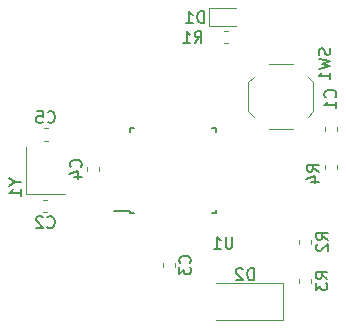
<source format=gbo>
%TF.GenerationSoftware,KiCad,Pcbnew,(5.1.6)-1*%
%TF.CreationDate,2020-12-17T15:03:58+07:00*%
%TF.ProjectId,Snowduno,536e6f77-6475-46e6-9f2e-6b696361645f,rev?*%
%TF.SameCoordinates,Original*%
%TF.FileFunction,Legend,Bot*%
%TF.FilePolarity,Positive*%
%FSLAX46Y46*%
G04 Gerber Fmt 4.6, Leading zero omitted, Abs format (unit mm)*
G04 Created by KiCad (PCBNEW (5.1.6)-1) date 2020-12-17 15:03:58*
%MOMM*%
%LPD*%
G01*
G04 APERTURE LIST*
%ADD10C,0.120000*%
%ADD11C,0.150000*%
G04 APERTURE END LIST*
D10*
%TO.C,Y1*%
X128480000Y-100030000D02*
X128480000Y-96030000D01*
X131780000Y-100030000D02*
X128480000Y-100030000D01*
D11*
%TO.C,U1*%
X137325000Y-101450000D02*
X135900000Y-101450000D01*
X144575000Y-101675000D02*
X144250000Y-101675000D01*
X144575000Y-94425000D02*
X144250000Y-94425000D01*
X137325000Y-94425000D02*
X137650000Y-94425000D01*
X137325000Y-101675000D02*
X137650000Y-101675000D01*
X137325000Y-94425000D02*
X137325000Y-94750000D01*
X144575000Y-94425000D02*
X144575000Y-94750000D01*
X144575000Y-101675000D02*
X144575000Y-101350000D01*
X137325000Y-101675000D02*
X137325000Y-101450000D01*
D10*
%TO.C,SW1*%
X152800000Y-93040000D02*
X152800000Y-90540000D01*
X151050000Y-94540000D02*
X149050000Y-94540000D01*
X147300000Y-93040000D02*
X147300000Y-90540000D01*
X151050000Y-89040000D02*
X149050000Y-89040000D01*
X152350000Y-93490000D02*
X152800000Y-93040000D01*
X152350000Y-90090000D02*
X152800000Y-90540000D01*
X147750000Y-90090000D02*
X147300000Y-90540000D01*
X147750000Y-93490000D02*
X147300000Y-93040000D01*
%TO.C,R4*%
X153830000Y-97940279D02*
X153830000Y-97614721D01*
X154850000Y-97940279D02*
X154850000Y-97614721D01*
%TO.C,R3*%
X151610000Y-107532779D02*
X151610000Y-107207221D01*
X152630000Y-107532779D02*
X152630000Y-107207221D01*
%TO.C,R2*%
X152620000Y-103904721D02*
X152620000Y-104230279D01*
X151600000Y-103904721D02*
X151600000Y-104230279D01*
%TO.C,R1*%
X145269721Y-86240000D02*
X145595279Y-86240000D01*
X145269721Y-87260000D02*
X145595279Y-87260000D01*
%TO.C,D2*%
X150225000Y-110735000D02*
X144540000Y-110735000D01*
X150225000Y-107565000D02*
X150225000Y-110735000D01*
X144540000Y-107565000D02*
X150225000Y-107565000D01*
%TO.C,D1*%
X143975000Y-84305000D02*
X146260000Y-84305000D01*
X143975000Y-85775000D02*
X143975000Y-84305000D01*
X146260000Y-85775000D02*
X143975000Y-85775000D01*
%TO.C,C5*%
X130302779Y-95500000D02*
X129977221Y-95500000D01*
X130302779Y-94480000D02*
X129977221Y-94480000D01*
%TO.C,C4*%
X134680000Y-97744721D02*
X134680000Y-98070279D01*
X133660000Y-97744721D02*
X133660000Y-98070279D01*
%TO.C,C3*%
X140050000Y-106200279D02*
X140050000Y-105874721D01*
X141070000Y-106200279D02*
X141070000Y-105874721D01*
%TO.C,C2*%
X129957221Y-100530000D02*
X130282779Y-100530000D01*
X129957221Y-101550000D02*
X130282779Y-101550000D01*
%TO.C,C1*%
X153830000Y-94682779D02*
X153830000Y-94357221D01*
X154850000Y-94682779D02*
X154850000Y-94357221D01*
%TO.C,Y1*%
D11*
X127576190Y-99023809D02*
X128052380Y-99023809D01*
X127052380Y-98690476D02*
X127576190Y-99023809D01*
X127052380Y-99357142D01*
X128052380Y-100214285D02*
X128052380Y-99642857D01*
X128052380Y-99928571D02*
X127052380Y-99928571D01*
X127195238Y-99833333D01*
X127290476Y-99738095D01*
X127338095Y-99642857D01*
%TO.C,U1*%
X145961904Y-103652380D02*
X145961904Y-104461904D01*
X145914285Y-104557142D01*
X145866666Y-104604761D01*
X145771428Y-104652380D01*
X145580952Y-104652380D01*
X145485714Y-104604761D01*
X145438095Y-104557142D01*
X145390476Y-104461904D01*
X145390476Y-103652380D01*
X144390476Y-104652380D02*
X144961904Y-104652380D01*
X144676190Y-104652380D02*
X144676190Y-103652380D01*
X144771428Y-103795238D01*
X144866666Y-103890476D01*
X144961904Y-103938095D01*
%TO.C,SW1*%
X154204761Y-87666666D02*
X154252380Y-87809523D01*
X154252380Y-88047619D01*
X154204761Y-88142857D01*
X154157142Y-88190476D01*
X154061904Y-88238095D01*
X153966666Y-88238095D01*
X153871428Y-88190476D01*
X153823809Y-88142857D01*
X153776190Y-88047619D01*
X153728571Y-87857142D01*
X153680952Y-87761904D01*
X153633333Y-87714285D01*
X153538095Y-87666666D01*
X153442857Y-87666666D01*
X153347619Y-87714285D01*
X153300000Y-87761904D01*
X153252380Y-87857142D01*
X153252380Y-88095238D01*
X153300000Y-88238095D01*
X153252380Y-88571428D02*
X154252380Y-88809523D01*
X153538095Y-89000000D01*
X154252380Y-89190476D01*
X153252380Y-89428571D01*
X154252380Y-90333333D02*
X154252380Y-89761904D01*
X154252380Y-90047619D02*
X153252380Y-90047619D01*
X153395238Y-89952380D01*
X153490476Y-89857142D01*
X153538095Y-89761904D01*
%TO.C,R4*%
X153252380Y-98133333D02*
X152776190Y-97800000D01*
X153252380Y-97561904D02*
X152252380Y-97561904D01*
X152252380Y-97942857D01*
X152300000Y-98038095D01*
X152347619Y-98085714D01*
X152442857Y-98133333D01*
X152585714Y-98133333D01*
X152680952Y-98085714D01*
X152728571Y-98038095D01*
X152776190Y-97942857D01*
X152776190Y-97561904D01*
X152585714Y-98990476D02*
X153252380Y-98990476D01*
X152204761Y-98752380D02*
X152919047Y-98514285D01*
X152919047Y-99133333D01*
%TO.C,R3*%
X154002380Y-107203333D02*
X153526190Y-106870000D01*
X154002380Y-106631904D02*
X153002380Y-106631904D01*
X153002380Y-107012857D01*
X153050000Y-107108095D01*
X153097619Y-107155714D01*
X153192857Y-107203333D01*
X153335714Y-107203333D01*
X153430952Y-107155714D01*
X153478571Y-107108095D01*
X153526190Y-107012857D01*
X153526190Y-106631904D01*
X153002380Y-107536666D02*
X153002380Y-108155714D01*
X153383333Y-107822380D01*
X153383333Y-107965238D01*
X153430952Y-108060476D01*
X153478571Y-108108095D01*
X153573809Y-108155714D01*
X153811904Y-108155714D01*
X153907142Y-108108095D01*
X153954761Y-108060476D01*
X154002380Y-107965238D01*
X154002380Y-107679523D01*
X153954761Y-107584285D01*
X153907142Y-107536666D01*
%TO.C,R2*%
X154052380Y-103900833D02*
X153576190Y-103567500D01*
X154052380Y-103329404D02*
X153052380Y-103329404D01*
X153052380Y-103710357D01*
X153100000Y-103805595D01*
X153147619Y-103853214D01*
X153242857Y-103900833D01*
X153385714Y-103900833D01*
X153480952Y-103853214D01*
X153528571Y-103805595D01*
X153576190Y-103710357D01*
X153576190Y-103329404D01*
X153147619Y-104281785D02*
X153100000Y-104329404D01*
X153052380Y-104424642D01*
X153052380Y-104662738D01*
X153100000Y-104757976D01*
X153147619Y-104805595D01*
X153242857Y-104853214D01*
X153338095Y-104853214D01*
X153480952Y-104805595D01*
X154052380Y-104234166D01*
X154052380Y-104853214D01*
%TO.C,R1*%
X142766666Y-87252380D02*
X143100000Y-86776190D01*
X143338095Y-87252380D02*
X143338095Y-86252380D01*
X142957142Y-86252380D01*
X142861904Y-86300000D01*
X142814285Y-86347619D01*
X142766666Y-86442857D01*
X142766666Y-86585714D01*
X142814285Y-86680952D01*
X142861904Y-86728571D01*
X142957142Y-86776190D01*
X143338095Y-86776190D01*
X141814285Y-87252380D02*
X142385714Y-87252380D01*
X142100000Y-87252380D02*
X142100000Y-86252380D01*
X142195238Y-86395238D01*
X142290476Y-86490476D01*
X142385714Y-86538095D01*
%TO.C,D2*%
X147778095Y-107322380D02*
X147778095Y-106322380D01*
X147540000Y-106322380D01*
X147397142Y-106370000D01*
X147301904Y-106465238D01*
X147254285Y-106560476D01*
X147206666Y-106750952D01*
X147206666Y-106893809D01*
X147254285Y-107084285D01*
X147301904Y-107179523D01*
X147397142Y-107274761D01*
X147540000Y-107322380D01*
X147778095Y-107322380D01*
X146825714Y-106417619D02*
X146778095Y-106370000D01*
X146682857Y-106322380D01*
X146444761Y-106322380D01*
X146349523Y-106370000D01*
X146301904Y-106417619D01*
X146254285Y-106512857D01*
X146254285Y-106608095D01*
X146301904Y-106750952D01*
X146873333Y-107322380D01*
X146254285Y-107322380D01*
%TO.C,D1*%
X143538095Y-85552380D02*
X143538095Y-84552380D01*
X143300000Y-84552380D01*
X143157142Y-84600000D01*
X143061904Y-84695238D01*
X143014285Y-84790476D01*
X142966666Y-84980952D01*
X142966666Y-85123809D01*
X143014285Y-85314285D01*
X143061904Y-85409523D01*
X143157142Y-85504761D01*
X143300000Y-85552380D01*
X143538095Y-85552380D01*
X142014285Y-85552380D02*
X142585714Y-85552380D01*
X142300000Y-85552380D02*
X142300000Y-84552380D01*
X142395238Y-84695238D01*
X142490476Y-84790476D01*
X142585714Y-84838095D01*
%TO.C,C5*%
X130306666Y-93917142D02*
X130354285Y-93964761D01*
X130497142Y-94012380D01*
X130592380Y-94012380D01*
X130735238Y-93964761D01*
X130830476Y-93869523D01*
X130878095Y-93774285D01*
X130925714Y-93583809D01*
X130925714Y-93440952D01*
X130878095Y-93250476D01*
X130830476Y-93155238D01*
X130735238Y-93060000D01*
X130592380Y-93012380D01*
X130497142Y-93012380D01*
X130354285Y-93060000D01*
X130306666Y-93107619D01*
X129401904Y-93012380D02*
X129878095Y-93012380D01*
X129925714Y-93488571D01*
X129878095Y-93440952D01*
X129782857Y-93393333D01*
X129544761Y-93393333D01*
X129449523Y-93440952D01*
X129401904Y-93488571D01*
X129354285Y-93583809D01*
X129354285Y-93821904D01*
X129401904Y-93917142D01*
X129449523Y-93964761D01*
X129544761Y-94012380D01*
X129782857Y-94012380D01*
X129878095Y-93964761D01*
X129925714Y-93917142D01*
%TO.C,C4*%
X133097142Y-97740833D02*
X133144761Y-97693214D01*
X133192380Y-97550357D01*
X133192380Y-97455119D01*
X133144761Y-97312261D01*
X133049523Y-97217023D01*
X132954285Y-97169404D01*
X132763809Y-97121785D01*
X132620952Y-97121785D01*
X132430476Y-97169404D01*
X132335238Y-97217023D01*
X132240000Y-97312261D01*
X132192380Y-97455119D01*
X132192380Y-97550357D01*
X132240000Y-97693214D01*
X132287619Y-97740833D01*
X132525714Y-98597976D02*
X133192380Y-98597976D01*
X132144761Y-98359880D02*
X132859047Y-98121785D01*
X132859047Y-98740833D01*
%TO.C,C3*%
X142347142Y-105870833D02*
X142394761Y-105823214D01*
X142442380Y-105680357D01*
X142442380Y-105585119D01*
X142394761Y-105442261D01*
X142299523Y-105347023D01*
X142204285Y-105299404D01*
X142013809Y-105251785D01*
X141870952Y-105251785D01*
X141680476Y-105299404D01*
X141585238Y-105347023D01*
X141490000Y-105442261D01*
X141442380Y-105585119D01*
X141442380Y-105680357D01*
X141490000Y-105823214D01*
X141537619Y-105870833D01*
X141442380Y-106204166D02*
X141442380Y-106823214D01*
X141823333Y-106489880D01*
X141823333Y-106632738D01*
X141870952Y-106727976D01*
X141918571Y-106775595D01*
X142013809Y-106823214D01*
X142251904Y-106823214D01*
X142347142Y-106775595D01*
X142394761Y-106727976D01*
X142442380Y-106632738D01*
X142442380Y-106347023D01*
X142394761Y-106251785D01*
X142347142Y-106204166D01*
%TO.C,C2*%
X130286666Y-102827142D02*
X130334285Y-102874761D01*
X130477142Y-102922380D01*
X130572380Y-102922380D01*
X130715238Y-102874761D01*
X130810476Y-102779523D01*
X130858095Y-102684285D01*
X130905714Y-102493809D01*
X130905714Y-102350952D01*
X130858095Y-102160476D01*
X130810476Y-102065238D01*
X130715238Y-101970000D01*
X130572380Y-101922380D01*
X130477142Y-101922380D01*
X130334285Y-101970000D01*
X130286666Y-102017619D01*
X129905714Y-102017619D02*
X129858095Y-101970000D01*
X129762857Y-101922380D01*
X129524761Y-101922380D01*
X129429523Y-101970000D01*
X129381904Y-102017619D01*
X129334285Y-102112857D01*
X129334285Y-102208095D01*
X129381904Y-102350952D01*
X129953333Y-102922380D01*
X129334285Y-102922380D01*
%TO.C,C1*%
X154657142Y-91833333D02*
X154704761Y-91785714D01*
X154752380Y-91642857D01*
X154752380Y-91547619D01*
X154704761Y-91404761D01*
X154609523Y-91309523D01*
X154514285Y-91261904D01*
X154323809Y-91214285D01*
X154180952Y-91214285D01*
X153990476Y-91261904D01*
X153895238Y-91309523D01*
X153800000Y-91404761D01*
X153752380Y-91547619D01*
X153752380Y-91642857D01*
X153800000Y-91785714D01*
X153847619Y-91833333D01*
X154752380Y-92785714D02*
X154752380Y-92214285D01*
X154752380Y-92500000D02*
X153752380Y-92500000D01*
X153895238Y-92404761D01*
X153990476Y-92309523D01*
X154038095Y-92214285D01*
%TD*%
M02*

</source>
